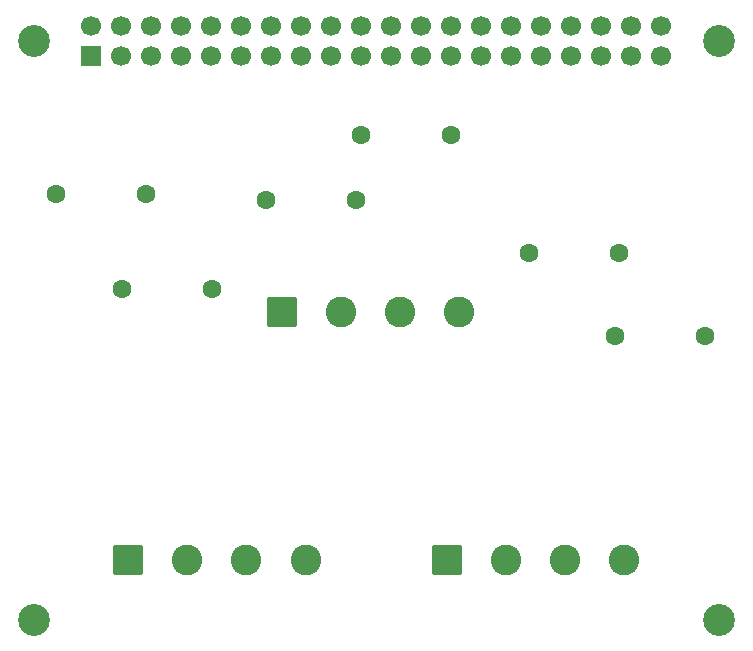
<source format=gbs>
G04 #@! TF.GenerationSoftware,KiCad,Pcbnew,9.0.7*
G04 #@! TF.CreationDate,2026-01-15T18:53:01-08:00*
G04 #@! TF.ProjectId,encoders,656e636f-6465-4727-932e-6b696361645f,rev?*
G04 #@! TF.SameCoordinates,Original*
G04 #@! TF.FileFunction,Soldermask,Bot*
G04 #@! TF.FilePolarity,Negative*
%FSLAX46Y46*%
G04 Gerber Fmt 4.6, Leading zero omitted, Abs format (unit mm)*
G04 Created by KiCad (PCBNEW 9.0.7) date 2026-01-15 18:53:01*
%MOMM*%
%LPD*%
G01*
G04 APERTURE LIST*
G04 Aperture macros list*
%AMRoundRect*
0 Rectangle with rounded corners*
0 $1 Rounding radius*
0 $2 $3 $4 $5 $6 $7 $8 $9 X,Y pos of 4 corners*
0 Add a 4 corners polygon primitive as box body*
4,1,4,$2,$3,$4,$5,$6,$7,$8,$9,$2,$3,0*
0 Add four circle primitives for the rounded corners*
1,1,$1+$1,$2,$3*
1,1,$1+$1,$4,$5*
1,1,$1+$1,$6,$7*
1,1,$1+$1,$8,$9*
0 Add four rect primitives between the rounded corners*
20,1,$1+$1,$2,$3,$4,$5,0*
20,1,$1+$1,$4,$5,$6,$7,0*
20,1,$1+$1,$6,$7,$8,$9,0*
20,1,$1+$1,$8,$9,$2,$3,0*%
G04 Aperture macros list end*
%ADD10C,2.700000*%
%ADD11RoundRect,0.250000X-1.050000X-1.050000X1.050000X-1.050000X1.050000X1.050000X-1.050000X1.050000X0*%
%ADD12C,2.600000*%
%ADD13C,1.600000*%
%ADD14R,1.700000X1.700000*%
%ADD15C,1.700000*%
G04 APERTURE END LIST*
D10*
X161500000Y-47500000D03*
D11*
X111500000Y-91500000D03*
D12*
X116500000Y-91500000D03*
X121500000Y-91500000D03*
X126500000Y-91500000D03*
D13*
X105380000Y-60500000D03*
X113000000Y-60500000D03*
X145380000Y-65500000D03*
X153000000Y-65500000D03*
D10*
X103500000Y-96500000D03*
D13*
X123190000Y-61000000D03*
X130810000Y-61000000D03*
D10*
X103500000Y-47500000D03*
D11*
X124500000Y-70500000D03*
D12*
X129500000Y-70500000D03*
X134500000Y-70500000D03*
X139500000Y-70500000D03*
D10*
X161500000Y-96500000D03*
D13*
X131190000Y-55500000D03*
X138810000Y-55500000D03*
D11*
X138500000Y-91500000D03*
D12*
X143500000Y-91500000D03*
X148500000Y-91500000D03*
X153500000Y-91500000D03*
D13*
X111000000Y-68500000D03*
X118620000Y-68500000D03*
X152690000Y-72500000D03*
X160310000Y-72500000D03*
D14*
X108370000Y-48770000D03*
D15*
X108370000Y-46230000D03*
X110910000Y-48770000D03*
X110910000Y-46230000D03*
X113450000Y-48770000D03*
X113450000Y-46230000D03*
X115990000Y-48770000D03*
X115990000Y-46230000D03*
X118530000Y-48770000D03*
X118530000Y-46230000D03*
X121070000Y-48770000D03*
X121070000Y-46230000D03*
X123610000Y-48770000D03*
X123610000Y-46230000D03*
X126150000Y-48770000D03*
X126150000Y-46230000D03*
X128690000Y-48770000D03*
X128690000Y-46230000D03*
X131230000Y-48770000D03*
X131230000Y-46230000D03*
X133770000Y-48770000D03*
X133770000Y-46230000D03*
X136310000Y-48770000D03*
X136310000Y-46230000D03*
X138850000Y-48770000D03*
X138850000Y-46230000D03*
X141390000Y-48770000D03*
X141390000Y-46230000D03*
X143930000Y-48770000D03*
X143930000Y-46230000D03*
X146470000Y-48770000D03*
X146470000Y-46230000D03*
X149010000Y-48770000D03*
X149010000Y-46230000D03*
X151550000Y-48770000D03*
X151550000Y-46230000D03*
X154090000Y-48770000D03*
X154090000Y-46230000D03*
X156630000Y-48770000D03*
X156630000Y-46230000D03*
M02*

</source>
